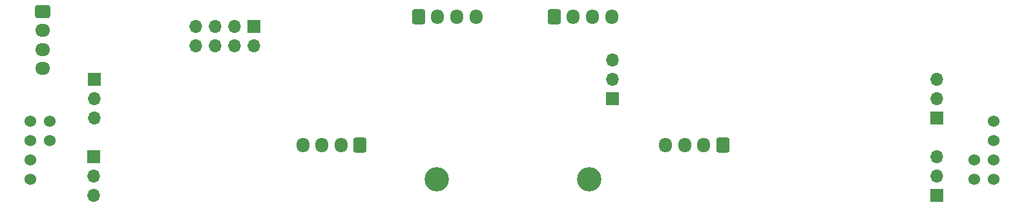
<source format=gbr>
%TF.GenerationSoftware,KiCad,Pcbnew,7.0.9*%
%TF.CreationDate,2025-01-29T17:13:48+09:00*%
%TF.ProjectId,04-RESCUE,30342d52-4553-4435-9545-2e6b69636164,rev?*%
%TF.SameCoordinates,Original*%
%TF.FileFunction,Soldermask,Top*%
%TF.FilePolarity,Negative*%
%FSLAX46Y46*%
G04 Gerber Fmt 4.6, Leading zero omitted, Abs format (unit mm)*
G04 Created by KiCad (PCBNEW 7.0.9) date 2025-01-29 17:13:48*
%MOMM*%
%LPD*%
G01*
G04 APERTURE LIST*
G04 Aperture macros list*
%AMRoundRect*
0 Rectangle with rounded corners*
0 $1 Rounding radius*
0 $2 $3 $4 $5 $6 $7 $8 $9 X,Y pos of 4 corners*
0 Add a 4 corners polygon primitive as box body*
4,1,4,$2,$3,$4,$5,$6,$7,$8,$9,$2,$3,0*
0 Add four circle primitives for the rounded corners*
1,1,$1+$1,$2,$3*
1,1,$1+$1,$4,$5*
1,1,$1+$1,$6,$7*
1,1,$1+$1,$8,$9*
0 Add four rect primitives between the rounded corners*
20,1,$1+$1,$2,$3,$4,$5,0*
20,1,$1+$1,$4,$5,$6,$7,0*
20,1,$1+$1,$6,$7,$8,$9,0*
20,1,$1+$1,$8,$9,$2,$3,0*%
G04 Aperture macros list end*
%ADD10R,1.700000X1.700000*%
%ADD11O,1.700000X1.700000*%
%ADD12RoundRect,0.250000X-0.600000X-0.725000X0.600000X-0.725000X0.600000X0.725000X-0.600000X0.725000X0*%
%ADD13O,1.700000X1.950000*%
%ADD14RoundRect,0.250000X-0.725000X0.600000X-0.725000X-0.600000X0.725000X-0.600000X0.725000X0.600000X0*%
%ADD15O,1.950000X1.700000*%
%ADD16RoundRect,0.250000X0.600000X0.725000X-0.600000X0.725000X-0.600000X-0.725000X0.600000X-0.725000X0*%
%ADD17C,1.524000*%
%ADD18C,3.200000*%
G04 APERTURE END LIST*
D10*
%TO.C,M4*%
X155505000Y-97140000D03*
D11*
X155505000Y-94600000D03*
X155505000Y-92060000D03*
%TD*%
D12*
%TO.C,J2*%
X87630000Y-73660000D03*
D13*
X90130000Y-73660000D03*
X92630000Y-73660000D03*
X95130000Y-73660000D03*
%TD*%
D12*
%TO.C,J6*%
X105410000Y-73660000D03*
D13*
X107910000Y-73660000D03*
X110410000Y-73660000D03*
X112910000Y-73660000D03*
%TD*%
D10*
%TO.C,M5*%
X45155000Y-81930000D03*
D11*
X45155000Y-84470000D03*
X45155000Y-87010000D03*
%TD*%
D10*
%TO.C,M3*%
X45085000Y-92075000D03*
D11*
X45085000Y-94615000D03*
X45085000Y-97155000D03*
%TD*%
D14*
%TO.C,J1*%
X38354000Y-72958000D03*
D15*
X38354000Y-75458000D03*
X38354000Y-77958000D03*
X38354000Y-80458000D03*
%TD*%
D10*
%TO.C,M6*%
X155575000Y-86995000D03*
D11*
X155575000Y-84455000D03*
X155575000Y-81915000D03*
%TD*%
D16*
%TO.C,J5*%
X79950000Y-90530000D03*
D13*
X77450000Y-90530000D03*
X74950000Y-90530000D03*
X72450000Y-90530000D03*
%TD*%
D17*
%TO.C,U2*%
X163000000Y-87380000D03*
X163000000Y-89920000D03*
X163000000Y-92460000D03*
X163000000Y-95000000D03*
X160460000Y-92460000D03*
X160460000Y-95000000D03*
%TD*%
D16*
%TO.C,J3*%
X127500000Y-90530000D03*
D13*
X125000000Y-90530000D03*
X122500000Y-90530000D03*
X120000000Y-90530000D03*
%TD*%
D18*
%TO.C,REF\u002A\u002A*%
X90000000Y-95000000D03*
%TD*%
D10*
%TO.C,M1*%
X113030000Y-84440000D03*
D11*
X113030000Y-81900000D03*
X113030000Y-79360000D03*
%TD*%
D17*
%TO.C,U3*%
X36730000Y-95000000D03*
X36730000Y-92460000D03*
X36730000Y-89920000D03*
X36730000Y-87380000D03*
X39270000Y-89920000D03*
X39270000Y-87380000D03*
%TD*%
D10*
%TO.C,J4*%
X66040000Y-74930000D03*
D11*
X66040000Y-77470000D03*
X63500000Y-74930000D03*
X63500000Y-77470000D03*
X60960000Y-74930000D03*
X60960000Y-77470000D03*
X58420000Y-74930000D03*
X58420000Y-77470000D03*
%TD*%
D18*
%TO.C,REF\u002A\u002A*%
X110000000Y-95000000D03*
%TD*%
M02*

</source>
